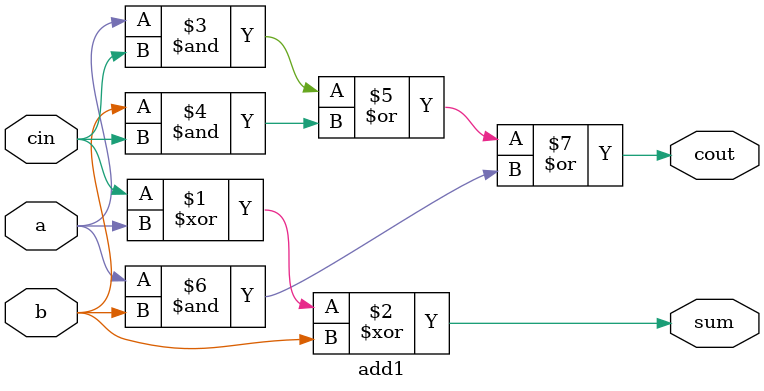
<source format=v>
/*
 * Project name   :
 * File name      : module_fadd.v
 * Created date   : Th08 23 2018
 * Author         : Van-nam DINH 
 * Last modified  : Th08 23 2018 13:59
 * Desc           :
 */

module top_module (
    input [31:0]    a,
    input [31:0]    b,
    output  [31:0]  sum
);
    wire [15:0] suma161, suma162;
    wire suma1,suma2,suma3,suma4,suma5,suma6,suma7,suma8,suma9,suma10,suma11,suma12,suma13,suma14,suma15,suma16;
    wire couta1,couta2,couta3,couta4,couta5,couta6,couta7,couta8,couta9,couta10,couta11,couta12,couta13,couta14,couta15,couta16;
    wire [15:0] cout;
    add1 a1 (add16.a[0], add16.b[0], 1'b0, suma1, couta1);
    add1 a2 (add16.a[1], add16.b[1], couta1, suma2, couta2);
    add1 a3 (add16.a[2], add16.b[2], couta2, suma3, couta3);
    add1 a4 (add16.a[3], add16.b[3], couta3, suma4, couta4);
    add1 a5 (add16.a[4], add16.b[4], couta4, suma5, couta5);
    add1 a6 (add16.a[5], add16.b[5], couta5, suma6, couta6);
    add1 a7 (add16.a[6], add16.b[6], couta6, suma7, couta7);
    add1 a8 (add16.a[7], add16.b[7], couta7, suma8, couta8);
    add1 a9 (add16.a[8], add16.b[8], couta8, suma9, couta9);
    add1 a10 (add16.a[9], add16.b[9], couta9, suma10, couta10);
    add1 a11 (add16.a[10], add16.b[10], couta10, suma11, couta11);
    add1 a12 (add16.a[11], add16.b[11], couta11, suma12, couta12);
    add1 a13 (add16.a[12], add16.b[12], couta12, suma13, couta13);
    add1 a14 (add16.a[13], add16.b[13], couta13, suma14, couta14);
    add1 a15 (add16.a[14], add16.b[14], couta14, suma15, couta15);
    add1 a16 (add16.a[15], add16.b[15], couta15, suma16, couta16);
    add16 a162 (a[31:16], b[31:16], couta16,suma162, cout);
    assign suma161 = {suma16,suma15, suma14,suma13,suma12,suma11,suma10,suma9,suma8,suma7,suma6,suma5,suma4,suma3,suma2,suma1};
    assign sum = {suma162,suma161}; 
endmodule 
// module add16 (input [15:0] a, input [15:0] b, input cin, output[15:0] sum, output cout); (provided) => no need to write
//module add1 (input a, input b, input cin, output sum, output cout);
module add1 (input a, input b, input cin, output sum, output cout);
// Full adder here
assign sum = cin ^ a ^ b;
assign cout = a&cin|b&cin|a&b;
endmodule 


</source>
